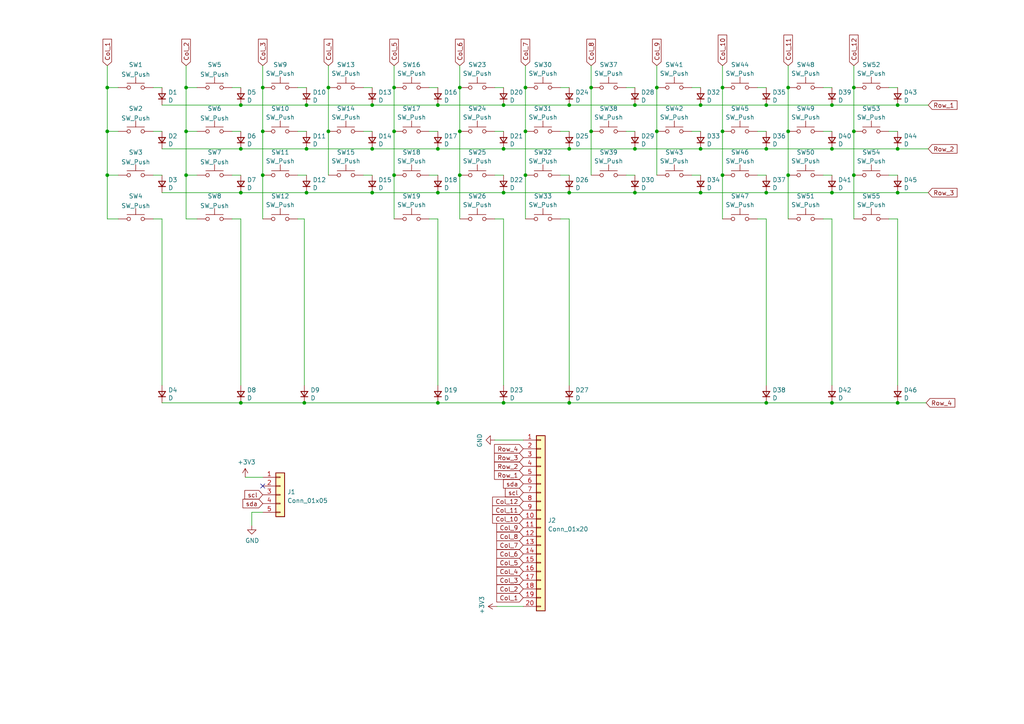
<source format=kicad_sch>
(kicad_sch (version 20211123) (generator eeschema)
  (paper "A4")
  (lib_symbols
    (symbol "Connector_Generic:Conn_01x05" (pin_names (offset 1.016) hide)
      (property "Reference" "J" (at 0 7.62 0))
      (property "Value" "Conn_01x05" (at 0 -7.62 0))
      (symbol "Conn_01x05_1_1"
        (rectangle (start -1.27 -4.953) (end 0 -5.207) (stroke (width 0.1524)))
        (rectangle (start -1.27 -2.413) (end 0 -2.667) (stroke (width 0.1524)))
        (rectangle (start -1.27 0.127) (end 0 -0.127) (stroke (width 0.1524)))
        (rectangle (start -1.27 2.667) (end 0 2.413) (stroke (width 0.1524)))
        (rectangle (start -1.27 5.207) (end 0 4.953) (stroke (width 0.1524)))
        (rectangle (start -1.27 6.35) (end 1.27 -6.35) (stroke (width 0.254)) (fill (type background)))
        (pin passive line (at -5.08 5.08 0) (length 3.81) (name "Pin_1") (number "1"))
        (pin passive line (at -5.08 2.54 0) (length 3.81) (name "Pin_2") (number "2"))
        (pin passive line (at -5.08 0 0) (length 3.81) (name "Pin_3") (number "3"))
        (pin passive line (at -5.08 -2.54 0) (length 3.81) (name "Pin_4") (number "4"))
        (pin passive line (at -5.08 -5.08 0) (length 3.81) (name "Pin_5") (number "5"))
      )
    )
    (symbol "Connector_Generic:Conn_01x20" (pin_names (offset 1.016) hide)
      (property "Reference" "J" (at 0 25.4 0))
      (property "Value" "Conn_01x20" (at 0 -27.94 0))
      (symbol "Conn_01x20_1_1"
        (rectangle (start -1.27 -25.273) (end 0 -25.527) (stroke (width 0.1524)))
        (rectangle (start -1.27 -22.733) (end 0 -22.987) (stroke (width 0.1524)))
        (rectangle (start -1.27 -20.193) (end 0 -20.447) (stroke (width 0.1524)))
        (rectangle (start -1.27 -17.653) (end 0 -17.907) (stroke (width 0.1524)))
        (rectangle (start -1.27 -15.113) (end 0 -15.367) (stroke (width 0.1524)))
        (rectangle (start -1.27 -12.573) (end 0 -12.827) (stroke (width 0.1524)))
        (rectangle (start -1.27 -10.033) (end 0 -10.287) (stroke (width 0.1524)))
        (rectangle (start -1.27 -7.493) (end 0 -7.747) (stroke (width 0.1524)))
        (rectangle (start -1.27 -4.953) (end 0 -5.207) (stroke (width 0.1524)))
        (rectangle (start -1.27 -2.413) (end 0 -2.667) (stroke (width 0.1524)))
        (rectangle (start -1.27 0.127) (end 0 -0.127) (stroke (width 0.1524)))
        (rectangle (start -1.27 2.667) (end 0 2.413) (stroke (width 0.1524)))
        (rectangle (start -1.27 5.207) (end 0 4.953) (stroke (width 0.1524)))
        (rectangle (start -1.27 7.747) (end 0 7.493) (stroke (width 0.1524)))
        (rectangle (start -1.27 10.287) (end 0 10.033) (stroke (width 0.1524)))
        (rectangle (start -1.27 12.827) (end 0 12.573) (stroke (width 0.1524)))
        (rectangle (start -1.27 15.367) (end 0 15.113) (stroke (width 0.1524)))
        (rectangle (start -1.27 17.907) (end 0 17.653) (stroke (width 0.1524)))
        (rectangle (start -1.27 20.447) (end 0 20.193) (stroke (width 0.1524)))
        (rectangle (start -1.27 22.987) (end 0 22.733) (stroke (width 0.1524)))
        (rectangle (start -1.27 24.13) (end 1.27 -26.67) (stroke (width 0.254)) (fill (type background)))
        (pin passive line (at -5.08 22.86 0) (length 3.81) (name "Pin_1") (number "1"))
        (pin passive line (at -5.08 0 0) (length 3.81) (name "Pin_10") (number "10"))
        (pin passive line (at -5.08 -2.54 0) (length 3.81) (name "Pin_11") (number "11"))
        (pin passive line (at -5.08 -5.08 0) (length 3.81) (name "Pin_12") (number "12"))
        (pin passive line (at -5.08 -7.62 0) (length 3.81) (name "Pin_13") (number "13"))
        (pin passive line (at -5.08 -10.16 0) (length 3.81) (name "Pin_14") (number "14"))
        (pin passive line (at -5.08 -12.7 0) (length 3.81) (name "Pin_15") (number "15"))
        (pin passive line (at -5.08 -15.24 0) (length 3.81) (name "Pin_16") (number "16"))
        (pin passive line (at -5.08 -17.78 0) (length 3.81) (name "Pin_17") (number "17"))
        (pin passive line (at -5.08 -20.32 0) (length 3.81) (name "Pin_18") (number "18"))
        (pin passive line (at -5.08 -22.86 0) (length 3.81) (name "Pin_19") (number "19"))
        (pin passive line (at -5.08 20.32 0) (length 3.81) (name "Pin_2") (number "2"))
        (pin passive line (at -5.08 -25.4 0) (length 3.81) (name "Pin_20") (number "20"))
        (pin passive line (at -5.08 17.78 0) (length 3.81) (name "Pin_3") (number "3"))
        (pin passive line (at -5.08 15.24 0) (length 3.81) (name "Pin_4") (number "4"))
        (pin passive line (at -5.08 12.7 0) (length 3.81) (name "Pin_5") (number "5"))
        (pin passive line (at -5.08 10.16 0) (length 3.81) (name "Pin_6") (number "6"))
        (pin passive line (at -5.08 7.62 0) (length 3.81) (name "Pin_7") (number "7"))
        (pin passive line (at -5.08 5.08 0) (length 3.81) (name "Pin_8") (number "8"))
        (pin passive line (at -5.08 2.54 0) (length 3.81) (name "Pin_9") (number "9"))
      )
    )
    (symbol "Device:D_Small" (pin_numbers hide) (pin_names (offset 0.254) hide)
      (property "Reference" "D" (at -1.27 2.032 0))
      (property "Value" "D_Small" (at -3.81 -2.032 0))
      (symbol "D_Small_0_1"
        (polyline (pts (xy -0.762 -1.016) (xy -0.762 1.016)) (stroke (width 0.254)))
        (polyline (pts (xy -0.762 0) (xy 0.762 0)))
        (polyline (pts (xy 0.762 -1.016) (xy -0.762 0) (xy 0.762 1.016) (xy 0.762 -1.016)) (stroke (width 0.254)))
      )
      (symbol "D_Small_1_1"
        (pin passive line (at -2.54 0 0) (length 1.778) (name "K") (number "1"))
        (pin passive line (at 2.54 0 180) (length 1.778) (name "A") (number "2"))
      )
    )
    (symbol "Switch:SW_Push" (pin_numbers hide) (pin_names (offset 1.016) hide)
      (property "Reference" "SW" (at 1.27 2.54 0))
      (property "Value" "SW_Push" (at 0 -1.524 0))
      (symbol "SW_Push_0_1"
        (circle (center -2.032 0) (radius 0.508))
        (polyline (pts (xy 0 1.27) (xy 0 3.048)))
        (polyline (pts (xy 2.54 1.27) (xy -2.54 1.27)))
        (circle (center 2.032 0) (radius 0.508))
        (pin passive line (at -5.08 0 0) (length 2.54) (name "1") (number "1"))
        (pin passive line (at 5.08 0 180) (length 2.54) (name "2") (number "2"))
      )
    )
    (symbol "power:+3V3" (power) (pin_names (offset 0))
      (property "Value" "+3V3" (at 0 3.556 0))
      (symbol "+3V3_0_1"
        (polyline (pts (xy -0.762 1.27) (xy 0 2.54)))
        (polyline (pts (xy 0 0) (xy 0 2.54)))
        (polyline (pts (xy 0 2.54) (xy 0.762 1.27)))
      )
      (symbol "+3V3_1_1"
        (pin power_in line (at 0 0 90) (length 0) hide (name "+3V3") (number "1"))
      )
    )
    (symbol "power:GND" (power) (pin_names (offset 0))
      (property "Value" "GND" (at 0 -3.81 0))
      (symbol "GND_0_1"
        (polyline (pts (xy 0 0) (xy 0 -1.27) (xy 1.27 -1.27) (xy 0 -2.54) (xy -1.27 -1.27) (xy 0 -1.27)))
      )
      (symbol "GND_1_1"
        (pin power_in line (at 0 0 270) (length 0) hide (name "GND") (number "1"))
      )
    )
  )
  (junction (at 247.65 25.4))
  (junction (at 127 116.84))
  (junction (at 127 30.48))
  (junction (at 31.115 25.4))
  (junction (at 76.2 50.8))
  (junction (at 171.45 25.4))
  (junction (at 114.3 50.8))
  (junction (at 88.265 116.84))
  (junction (at 260.35 43.18))
  (junction (at 152.4 38.1))
  (junction (at 146.05 43.18))
  (junction (at 222.25 55.88))
  (junction (at 247.65 50.8))
  (junction (at 203.2 30.48))
  (junction (at 127 43.18))
  (junction (at 69.85 30.48))
  (junction (at 146.05 116.84))
  (junction (at 165.1 30.48))
  (junction (at 171.45 38.1))
  (junction (at 69.85 116.84))
  (junction (at 165.1 116.84))
  (junction (at 241.3 43.18))
  (junction (at 241.3 116.84))
  (junction (at 133.35 50.8))
  (junction (at 222.25 116.84))
  (junction (at 209.55 50.8))
  (junction (at 165.1 43.18))
  (junction (at 114.3 38.1))
  (junction (at 260.35 116.84))
  (junction (at 88.9 55.88))
  (junction (at 165.1 55.88))
  (junction (at 133.35 25.4))
  (junction (at 88.9 30.48))
  (junction (at 76.2 25.4))
  (junction (at 203.2 55.88))
  (junction (at 127 55.88))
  (junction (at 152.4 50.8))
  (junction (at 76.2 38.1))
  (junction (at 209.55 25.4))
  (junction (at 241.3 30.48))
  (junction (at 107.95 30.48))
  (junction (at 107.95 43.18))
  (junction (at 184.15 55.88))
  (junction (at 241.3 55.88))
  (junction (at 228.6 38.1))
  (junction (at 247.65 38.1))
  (junction (at 133.35 38.1))
  (junction (at 69.85 43.18))
  (junction (at 53.975 25.4))
  (junction (at 190.5 25.4))
  (junction (at 228.6 50.8))
  (junction (at 88.9 43.18))
  (junction (at 107.95 55.88))
  (junction (at 146.05 30.48))
  (junction (at 31.115 38.1))
  (junction (at 203.2 43.18))
  (junction (at 209.55 38.1))
  (junction (at 95.25 38.1))
  (junction (at 114.3 25.4))
  (junction (at 190.5 38.1))
  (junction (at 260.35 30.48))
  (junction (at 222.25 30.48))
  (junction (at 146.05 55.88))
  (junction (at 31.115 50.8))
  (junction (at 53.975 50.8))
  (junction (at 152.4 25.4))
  (junction (at 260.35 55.88))
  (junction (at 95.25 25.4))
  (junction (at 184.15 30.48))
  (junction (at 53.975 38.1))
  (junction (at 222.25 43.18))
  (junction (at 69.85 55.88))
  (junction (at 228.6 25.4))
  (junction (at 184.15 43.18))
  (no_connect (at 76.2 140.97))
  (wire (pts (xy 46.99 30.48) (xy 69.85 30.48)))
  (wire (pts (xy 238.76 50.8) (xy 241.3 50.8)))
  (wire (pts (xy 76.2 25.4) (xy 76.2 38.1)))
  (wire (pts (xy 162.56 63.5) (xy 165.1 63.5)))
  (wire (pts (xy 133.35 25.4) (xy 133.35 38.1)))
  (wire (pts (xy 238.76 38.1) (xy 241.3 38.1)))
  (wire (pts (xy 67.31 25.4) (xy 69.85 25.4)))
  (wire (pts (xy 53.975 25.4) (xy 57.15 25.4)))
  (wire (pts (xy 76.2 50.8) (xy 76.2 63.5)))
  (wire (pts (xy 200.66 50.8) (xy 203.2 50.8)))
  (wire (pts (xy 95.25 25.4) (xy 95.25 38.1)))
  (wire (pts (xy 114.3 38.1) (xy 114.3 50.8)))
  (wire (pts (xy 73.025 152.4) (xy 73.025 148.59)))
  (wire (pts (xy 53.975 19.05) (xy 53.975 25.4)))
  (wire (pts (xy 69.85 116.84) (xy 88.265 116.84)))
  (wire (pts (xy 228.6 25.4) (xy 228.6 38.1)))
  (wire (pts (xy 107.95 30.48) (xy 127 30.48)))
  (wire (pts (xy 146.05 63.5) (xy 146.05 111.76)))
  (wire (pts (xy 67.31 63.5) (xy 69.85 63.5)))
  (wire (pts (xy 165.1 43.18) (xy 184.15 43.18)))
  (wire (pts (xy 76.2 19.05) (xy 76.2 25.4)))
  (wire (pts (xy 190.5 25.4) (xy 190.5 38.1)))
  (wire (pts (xy 181.61 50.8) (xy 184.15 50.8)))
  (wire (pts (xy 86.36 63.5) (xy 88.265 63.5)))
  (wire (pts (xy 88.9 30.48) (xy 107.95 30.48)))
  (wire (pts (xy 133.35 50.8) (xy 133.985 50.8)))
  (wire (pts (xy 219.71 25.4) (xy 222.25 25.4)))
  (wire (pts (xy 247.65 19.05) (xy 247.65 25.4)))
  (wire (pts (xy 124.46 38.1) (xy 127 38.1)))
  (wire (pts (xy 146.05 116.84) (xy 165.1 116.84)))
  (wire (pts (xy 67.31 38.1) (xy 69.85 38.1)))
  (wire (pts (xy 184.15 55.88) (xy 203.2 55.88)))
  (wire (pts (xy 31.115 50.8) (xy 31.115 63.5)))
  (wire (pts (xy 124.46 25.4) (xy 127 25.4)))
  (wire (pts (xy 31.115 38.1) (xy 31.115 50.8)))
  (wire (pts (xy 222.25 63.5) (xy 222.25 111.76)))
  (wire (pts (xy 247.65 50.8) (xy 247.65 63.5)))
  (wire (pts (xy 209.55 50.8) (xy 209.55 63.5)))
  (wire (pts (xy 31.115 25.4) (xy 34.29 25.4)))
  (wire (pts (xy 69.85 63.5) (xy 69.85 111.76)))
  (wire (pts (xy 107.95 55.88) (xy 127 55.88)))
  (wire (pts (xy 107.95 43.18) (xy 127 43.18)))
  (wire (pts (xy 257.81 25.4) (xy 260.35 25.4)))
  (wire (pts (xy 105.41 38.1) (xy 107.95 38.1)))
  (wire (pts (xy 171.45 38.1) (xy 171.45 50.8)))
  (wire (pts (xy 260.35 43.18) (xy 269.24 43.18)))
  (wire (pts (xy 260.35 55.88) (xy 269.24 55.88)))
  (wire (pts (xy 190.5 38.1) (xy 190.5 50.8)))
  (wire (pts (xy 209.55 19.05) (xy 209.55 25.4)))
  (wire (pts (xy 146.05 55.88) (xy 165.1 55.88)))
  (wire (pts (xy 190.5 19.05) (xy 190.5 25.4)))
  (wire (pts (xy 31.115 63.5) (xy 34.29 63.5)))
  (wire (pts (xy 44.45 25.4) (xy 46.99 25.4)))
  (wire (pts (xy 247.65 38.1) (xy 247.65 50.8)))
  (wire (pts (xy 143.51 63.5) (xy 146.05 63.5)))
  (wire (pts (xy 95.25 38.1) (xy 95.25 50.8)))
  (wire (pts (xy 241.3 63.5) (xy 241.3 111.76)))
  (wire (pts (xy 31.115 19.05) (xy 31.115 25.4)))
  (wire (pts (xy 184.15 43.18) (xy 203.2 43.18)))
  (wire (pts (xy 44.45 50.8) (xy 46.99 50.8)))
  (wire (pts (xy 127 30.48) (xy 146.05 30.48)))
  (wire (pts (xy 200.66 25.4) (xy 203.2 25.4)))
  (wire (pts (xy 209.55 25.4) (xy 209.55 38.1)))
  (wire (pts (xy 162.56 25.4) (xy 165.1 25.4)))
  (wire (pts (xy 181.61 38.1) (xy 184.15 38.1)))
  (wire (pts (xy 241.3 116.84) (xy 260.35 116.84)))
  (wire (pts (xy 44.45 38.1) (xy 46.99 38.1)))
  (wire (pts (xy 76.2 38.1) (xy 76.2 50.8)))
  (wire (pts (xy 53.975 50.8) (xy 53.975 63.5)))
  (wire (pts (xy 146.05 43.18) (xy 165.1 43.18)))
  (wire (pts (xy 124.46 50.8) (xy 127 50.8)))
  (wire (pts (xy 133.35 19.05) (xy 133.35 25.4)))
  (wire (pts (xy 71.12 138.43) (xy 76.2 138.43)))
  (wire (pts (xy 181.61 25.4) (xy 184.15 25.4)))
  (wire (pts (xy 222.25 116.84) (xy 241.3 116.84)))
  (wire (pts (xy 69.85 55.88) (xy 88.9 55.88)))
  (wire (pts (xy 86.36 50.8) (xy 88.9 50.8)))
  (wire (pts (xy 53.975 50.8) (xy 57.15 50.8)))
  (wire (pts (xy 152.4 50.8) (xy 152.4 63.5)))
  (wire (pts (xy 152.4 19.05) (xy 152.4 25.4)))
  (wire (pts (xy 114.3 50.8) (xy 114.3 63.5)))
  (wire (pts (xy 69.85 43.18) (xy 88.9 43.18)))
  (wire (pts (xy 114.3 25.4) (xy 114.3 38.1)))
  (wire (pts (xy 203.2 55.88) (xy 222.25 55.88)))
  (wire (pts (xy 144.145 175.895) (xy 151.765 175.895)))
  (wire (pts (xy 53.975 38.1) (xy 57.15 38.1)))
  (wire (pts (xy 133.35 50.8) (xy 133.35 63.5)))
  (wire (pts (xy 127 63.5) (xy 127 111.76)))
  (wire (pts (xy 203.2 43.18) (xy 222.25 43.18)))
  (wire (pts (xy 53.975 25.4) (xy 53.975 38.1)))
  (wire (pts (xy 241.3 30.48) (xy 260.35 30.48)))
  (wire (pts (xy 222.25 30.48) (xy 241.3 30.48)))
  (wire (pts (xy 165.1 116.84) (xy 222.25 116.84)))
  (wire (pts (xy 219.71 38.1) (xy 222.25 38.1)))
  (wire (pts (xy 209.55 38.1) (xy 209.55 50.8)))
  (wire (pts (xy 165.1 55.88) (xy 184.15 55.88)))
  (wire (pts (xy 238.76 63.5) (xy 241.3 63.5)))
  (wire (pts (xy 133.35 38.1) (xy 133.35 50.8)))
  (wire (pts (xy 88.265 116.84) (xy 127 116.84)))
  (wire (pts (xy 88.9 43.18) (xy 107.95 43.18)))
  (wire (pts (xy 127 43.18) (xy 146.05 43.18)))
  (wire (pts (xy 260.35 30.48) (xy 269.24 30.48)))
  (wire (pts (xy 67.31 50.8) (xy 69.85 50.8)))
  (wire (pts (xy 165.1 63.5) (xy 165.1 111.76)))
  (wire (pts (xy 228.6 50.8) (xy 228.6 63.5)))
  (wire (pts (xy 127 116.84) (xy 146.05 116.84)))
  (wire (pts (xy 105.41 50.8) (xy 107.95 50.8)))
  (wire (pts (xy 86.36 25.4) (xy 88.9 25.4)))
  (wire (pts (xy 69.85 30.48) (xy 88.9 30.48)))
  (wire (pts (xy 222.25 43.18) (xy 241.3 43.18)))
  (wire (pts (xy 73.025 148.59) (xy 76.2 148.59)))
  (wire (pts (xy 88.9 55.88) (xy 107.95 55.88)))
  (wire (pts (xy 257.81 63.5) (xy 260.35 63.5)))
  (wire (pts (xy 146.05 30.48) (xy 165.1 30.48)))
  (wire (pts (xy 46.99 55.88) (xy 69.85 55.88)))
  (wire (pts (xy 46.99 43.18) (xy 69.85 43.18)))
  (wire (pts (xy 260.35 116.84) (xy 268.605 116.84)))
  (wire (pts (xy 46.99 63.5) (xy 46.99 111.76)))
  (wire (pts (xy 31.115 25.4) (xy 31.115 38.1)))
  (wire (pts (xy 152.4 25.4) (xy 152.4 38.1)))
  (wire (pts (xy 88.265 63.5) (xy 88.265 111.76)))
  (wire (pts (xy 162.56 50.8) (xy 165.1 50.8)))
  (wire (pts (xy 86.36 38.1) (xy 88.9 38.1)))
  (wire (pts (xy 219.71 50.8) (xy 222.25 50.8)))
  (wire (pts (xy 228.6 38.1) (xy 228.6 50.8)))
  (wire (pts (xy 222.25 63.5) (xy 219.71 63.5)))
  (wire (pts (xy 46.99 116.84) (xy 69.85 116.84)))
  (wire (pts (xy 171.45 25.4) (xy 171.45 38.1)))
  (wire (pts (xy 203.2 30.48) (xy 222.25 30.48)))
  (wire (pts (xy 241.3 43.18) (xy 260.35 43.18)))
  (wire (pts (xy 124.46 63.5) (xy 127 63.5)))
  (wire (pts (xy 143.51 127.635) (xy 151.765 127.635)))
  (wire (pts (xy 95.25 19.05) (xy 95.25 25.4)))
  (wire (pts (xy 44.45 63.5) (xy 46.99 63.5)))
  (wire (pts (xy 184.15 30.48) (xy 203.2 30.48)))
  (wire (pts (xy 31.115 50.8) (xy 34.29 50.8)))
  (wire (pts (xy 31.115 38.1) (xy 34.29 38.1)))
  (wire (pts (xy 165.1 30.48) (xy 184.15 30.48)))
  (wire (pts (xy 222.25 55.88) (xy 241.3 55.88)))
  (wire (pts (xy 257.81 38.1) (xy 260.35 38.1)))
  (wire (pts (xy 238.76 25.4) (xy 241.3 25.4)))
  (wire (pts (xy 162.56 38.1) (xy 165.1 38.1)))
  (wire (pts (xy 257.81 50.8) (xy 260.35 50.8)))
  (wire (pts (xy 260.35 63.5) (xy 260.35 111.76)))
  (wire (pts (xy 143.51 38.1) (xy 146.05 38.1)))
  (wire (pts (xy 171.45 19.05) (xy 171.45 25.4)))
  (wire (pts (xy 114.3 19.05) (xy 114.3 25.4)))
  (wire (pts (xy 247.65 25.4) (xy 247.65 38.1)))
  (wire (pts (xy 127 55.88) (xy 146.05 55.88)))
  (wire (pts (xy 228.6 19.05) (xy 228.6 25.4)))
  (wire (pts (xy 152.4 38.1) (xy 152.4 50.8)))
  (wire (pts (xy 200.66 38.1) (xy 203.2 38.1)))
  (wire (pts (xy 241.3 55.88) (xy 260.35 55.88)))
  (wire (pts (xy 143.51 50.8) (xy 146.05 50.8)))
  (wire (pts (xy 53.975 63.5) (xy 57.15 63.5)))
  (wire (pts (xy 143.51 25.4) (xy 146.05 25.4)))
  (wire (pts (xy 105.41 25.4) (xy 107.95 25.4)))
  (wire (pts (xy 53.975 38.1) (xy 53.975 50.8)))
  (global_label "Col_4" (shape input) (at 151.765 165.735 180) (property "Intersheet References" "${INTERSHEET_REFS}" (effects hide)))
  (global_label "Col_6" (shape input) (at 151.765 160.655 180) (property "Intersheet References" "${INTERSHEET_REFS}" (effects hide)))
  (global_label "Col_1" (shape input) (at 151.765 173.355 180) (property "Intersheet References" "${INTERSHEET_REFS}" (effects hide)))
  (global_label "Row_1" (shape input) (at 269.24 30.48 0) (property "Intersheet References" "${INTERSHEET_REFS}" (effects hide)))
  (global_label "scl" (shape input) (at 76.2 143.51 180) (property "Intersheetrefs" "${INTERSHEET_REFS}" (effects hide)))
  (global_label "Col_12" (shape input) (at 247.65 19.05 90) (property "Intersheet References" "${INTERSHEET_REFS}" (effects hide)))
  (global_label "Col_2" (shape input) (at 151.765 170.815 180) (property "Intersheet References" "${INTERSHEET_REFS}" (effects hide)))
  (global_label "Row_2" (shape input) (at 269.24 43.18 0) (property "Intersheet References" "${INTERSHEET_REFS}" (effects hide)))
  (global_label "sda" (shape input) (at 151.765 140.335 180) (property "Intersheetrefs" "${INTERSHEET_REFS}" (effects hide)))
  (global_label "Col_12" (shape input) (at 151.765 145.415 180) (property "Intersheet References" "${INTERSHEET_REFS}" (effects hide)))
  (global_label "Col_8" (shape input) (at 151.765 155.575 180) (property "Intersheet References" "${INTERSHEET_REFS}" (effects hide)))
  (global_label "Col_3" (shape input) (at 76.2 19.05 90) (property "Intersheet References" "${INTERSHEET_REFS}" (effects hide)))
  (global_label "sda" (shape input) (at 76.2 146.05 180) (property "Intersheetrefs" "${INTERSHEET_REFS}" (effects hide)))
  (global_label "Col_4" (shape input) (at 95.25 19.05 90) (property "Intersheet References" "${INTERSHEET_REFS}" (effects hide)))
  (global_label "Row_4" (shape input) (at 268.605 116.84 0) (property "Intersheet References" "${INTERSHEET_REFS}" (effects hide)))
  (global_label "Col_8" (shape input) (at 171.45 19.05 90) (property "Intersheet References" "${INTERSHEET_REFS}" (effects hide)))
  (global_label "Col_1" (shape input) (at 31.115 19.05 90) (property "Intersheet References" "${INTERSHEET_REFS}" (effects hide)))
  (global_label "Col_3" (shape input) (at 151.765 168.275 180) (property "Intersheet References" "${INTERSHEET_REFS}" (effects hide)))
  (global_label "Col_7" (shape input) (at 152.4 19.05 90) (property "Intersheet References" "${INTERSHEET_REFS}" (effects hide)))
  (global_label "Row_3" (shape input) (at 269.24 55.88 0) (property "Intersheet References" "${INTERSHEET_REFS}" (effects hide)))
  (global_label "Row_3" (shape input) (at 151.765 132.715 180) (property "Intersheet References" "${INTERSHEET_REFS}" (effects hide)))
  (global_label "Col_2" (shape input) (at 53.975 19.05 90) (property "Intersheet References" "${INTERSHEET_REFS}" (effects hide)))
  (global_label "Col_9" (shape input) (at 151.765 153.035 180) (property "Intersheet References" "${INTERSHEET_REFS}" (effects hide)))
  (global_label "Col_10" (shape input) (at 209.55 19.05 90) (property "Intersheet References" "${INTERSHEET_REFS}" (effects hide)))
  (global_label "Row_4" (shape input) (at 151.765 130.175 180) (property "Intersheet References" "${INTERSHEET_REFS}" (effects hide)))
  (global_label "Col_5" (shape input) (at 151.765 163.195 180) (property "Intersheet References" "${INTERSHEET_REFS}" (effects hide)))
  (global_label "Col_5" (shape input) (at 114.3 19.05 90) (property "Intersheet References" "${INTERSHEET_REFS}" (effects hide)))
  (global_label "Col_11" (shape input) (at 228.6 19.05 90) (property "Intersheet References" "${INTERSHEET_REFS}" (effects hide)))
  (global_label "Row_1" (shape input) (at 151.765 137.795 180) (property "Intersheet References" "${INTERSHEET_REFS}" (effects hide)))
  (global_label "Col_9" (shape input) (at 190.5 19.05 90) (property "Intersheet References" "${INTERSHEET_REFS}" (effects hide)))
  (global_label "Row_2" (shape input) (at 151.765 135.255 180) (property "Intersheet References" "${INTERSHEET_REFS}" (effects hide)))
  (global_label "Col_10" (shape input) (at 151.765 150.495 180) (property "Intersheet References" "${INTERSHEET_REFS}" (effects hide)))
  (global_label "Col_6" (shape input) (at 133.35 19.05 90) (property "Intersheet References" "${INTERSHEET_REFS}" (effects hide)))
  (global_label "Col_11" (shape input) (at 151.765 147.955 180) (property "Intersheet References" "${INTERSHEET_REFS}" (effects hide)))
  (global_label "scl" (shape input) (at 151.765 142.875 180) (property "Intersheetrefs" "${INTERSHEET_REFS}" (effects hide)))
  (global_label "Col_7" (shape input) (at 151.765 158.115 180) (property "Intersheet References" "${INTERSHEET_REFS}" (effects hide)))
  (symbol (lib_id "power:+3V3") (at 71.12 138.43 0) (unit 1)
    (property "Reference" "#PWR01" (effects hide))
    (property "Value" "+3V3" (at 71.501 134.0358 0))
  )
  (symbol (lib_id "power:GND") (at 143.51 127.635 270) (unit 1)
    (property "Reference" "#PWR03" (effects hide))
    (property "Value" "GND" (at 139.1158 127.762 0))
  )
  (symbol (lib_id "Device:D_Small") (at 107.95 40.64 90) (unit 1)
    (property "Reference" "D14" (at 109.728 39.4716 90) (effects (justify right)))
    (property "Value" "D" (at 109.728 41.783 90) (effects (justify right)))
    (property "Footprint" "weteor:D_SOD-123" (effects hide))
  )
  (symbol (lib_id "Switch:SW_Push") (at 81.28 25.4 0) (unit 1)
    (property "Reference" "SW9" (at 81.28 18.7792 0))
    (property "Value" "SW_Push" (at 81.28 21.3161 0))
    (property "Footprint" "weteor:CherryMX_Hotswap" (effects hide))
  )
  (symbol (lib_id "Device:D_Small") (at 241.3 114.3 90) (unit 1)
    (property "Reference" "D42" (at 243.078 113.1316 90) (effects (justify right)))
    (property "Value" "D" (at 243.078 115.443 90) (effects (justify right)))
    (property "Footprint" "weteor:D_SOD-123" (effects hide))
  )
  (symbol (lib_id "Switch:SW_Push") (at 119.38 50.8 0) (unit 1)
    (property "Reference" "SW18" (at 119.38 44.1792 0))
    (property "Value" "SW_Push" (at 119.38 46.7161 0))
    (property "Footprint" "weteor:CherryMX_Hotswap" (effects hide))
  )
  (symbol (lib_id "Switch:SW_Push") (at 100.33 50.8 0) (unit 1)
    (property "Reference" "SW15" (at 100.33 44.1792 0))
    (property "Value" "SW_Push" (at 100.33 46.7161 0))
    (property "Footprint" "weteor:CherryMX_Hotswap" (effects hide))
  )
  (symbol (lib_id "Switch:SW_Push") (at 62.23 63.5 0) (unit 1)
    (property "Reference" "SW8" (at 62.23 56.8792 0))
    (property "Value" "SW_Push" (at 62.23 59.69 0))
    (property "Footprint" "weteor:CherryMX_Hotswap" (effects hide))
  )
  (symbol (lib_id "Device:D_Small") (at 165.1 27.94 90) (unit 1)
    (property "Reference" "D24" (at 166.878 26.7716 90) (effects (justify right)))
    (property "Value" "D" (at 166.878 29.083 90) (effects (justify right)))
    (property "Footprint" "weteor:D_SOD-123" (effects hide))
  )
  (symbol (lib_id "Connector_Generic:Conn_01x20") (at 156.845 150.495 0) (unit 1)
    (property "Reference" "J2" (at 158.877 150.9303 0) (effects (justify left)))
    (property "Value" "Conn_01x20" (at 158.877 153.4672 0) (effects (justify left)))
    (property "Footprint" "weteor:FCC 20pin" (effects hide))
  )
  (symbol (lib_id "Device:D_Small") (at 146.05 114.3 90) (unit 1)
    (property "Reference" "D23" (at 147.828 113.1316 90) (effects (justify right)))
    (property "Value" "D" (at 147.828 115.443 90) (effects (justify right)))
    (property "Footprint" "weteor:D_SOD-123" (effects hide))
  )
  (symbol (lib_id "Device:D_Small") (at 222.25 40.64 90) (unit 1)
    (property "Reference" "D36" (at 224.028 39.4716 90) (effects (justify right)))
    (property "Value" "D" (at 224.028 41.783 90) (effects (justify right)))
    (property "Footprint" "weteor:D_SOD-123" (effects hide))
  )
  (symbol (lib_id "Device:D_Small") (at 203.2 40.64 90) (unit 1)
    (property "Reference" "D33" (at 204.978 39.4716 90) (effects (justify right)))
    (property "Value" "D" (at 204.978 41.783 90) (effects (justify right)))
    (property "Footprint" "weteor:D_SOD-123" (effects hide))
  )
  (symbol (lib_id "Switch:SW_Push") (at 81.28 50.8 0) (unit 1)
    (property "Reference" "SW11" (at 81.28 44.1792 0))
    (property "Value" "SW_Push" (at 81.28 46.7161 0))
    (property "Footprint" "weteor:CherryMX_Hotswap" (effects hide))
  )
  (symbol (lib_id "Switch:SW_Push") (at 62.23 50.8 0) (unit 1)
    (property "Reference" "SW7" (at 62.23 44.1792 0))
    (property "Value" "SW_Push" (at 62.23 46.99 0))
    (property "Footprint" "weteor:CherryMX_Hotswap" (effects hide))
  )
  (symbol (lib_id "Switch:SW_Push") (at 157.48 50.8 0) (unit 1)
    (property "Reference" "SW32" (at 157.48 44.1792 0))
    (property "Value" "SW_Push" (at 157.48 46.7161 0))
    (property "Footprint" "weteor:CherryMX_Hotswap" (effects hide))
  )
  (symbol (lib_id "Device:D_Small") (at 184.15 53.34 90) (unit 1)
    (property "Reference" "D30" (at 185.928 52.1716 90) (effects (justify right)))
    (property "Value" "D" (at 185.928 54.483 90) (effects (justify right)))
    (property "Footprint" "weteor:D_SOD-123" (effects hide))
  )
  (symbol (lib_id "Switch:SW_Push") (at 119.38 38.1 0) (unit 1)
    (property "Reference" "SW17" (at 119.38 31.4792 0))
    (property "Value" "SW_Push" (at 119.38 34.0161 0))
    (property "Footprint" "weteor:CherryMX_Hotswap" (effects hide))
  )
  (symbol (lib_id "Switch:SW_Push") (at 138.43 25.4 0) (unit 1)
    (property "Reference" "SW23" (at 138.43 18.7792 0))
    (property "Value" "SW_Push" (at 138.43 21.3161 0))
    (property "Footprint" "weteor:CherryMX_Hotswap" (effects hide))
  )
  (symbol (lib_id "Device:D_Small") (at 241.3 40.64 90) (unit 1)
    (property "Reference" "D40" (at 243.078 39.4716 90) (effects (justify right)))
    (property "Value" "D" (at 243.078 41.783 90) (effects (justify right)))
    (property "Footprint" "weteor:D_SOD-123" (effects hide))
  )
  (symbol (lib_id "power:GND") (at 73.025 152.4 0) (unit 1)
    (property "Reference" "#PWR02" (effects hide))
    (property "Value" "GND" (at 73.152 156.7942 0))
  )
  (symbol (lib_id "Switch:SW_Push") (at 62.23 25.4 0) (unit 1)
    (property "Reference" "SW5" (at 62.23 18.7792 0))
    (property "Value" "SW_Push" (at 62.23 21.59 0))
    (property "Footprint" "weteor:CherryMX_Hotswap" (effects hide))
  )
  (symbol (lib_id "Device:D_Small") (at 260.35 114.3 90) (unit 1)
    (property "Reference" "D46" (at 262.128 113.1316 90) (effects (justify right)))
    (property "Value" "D" (at 262.128 115.443 90) (effects (justify right)))
    (property "Footprint" "weteor:D_SOD-123" (effects hide))
  )
  (symbol (lib_id "Switch:SW_Push") (at 119.38 63.5 0) (unit 1)
    (property "Reference" "SW19" (at 119.38 56.8792 0))
    (property "Value" "SW_Push" (at 119.38 59.4161 0))
    (property "Footprint" "weteor:CherryMX_Hotswap_2.25u_stabs" (effects hide))
  )
  (symbol (lib_id "Device:D_Small") (at 88.9 40.64 90) (unit 1)
    (property "Reference" "D11" (at 90.678 39.4716 90) (effects (justify right)))
    (property "Value" "D" (at 90.678 41.783 90) (effects (justify right)))
    (property "Footprint" "weteor:D_SOD-123" (effects hide))
  )
  (symbol (lib_id "Switch:SW_Push") (at 100.33 25.4 0) (unit 1)
    (property "Reference" "SW13" (at 100.33 18.7792 0))
    (property "Value" "SW_Push" (at 100.33 21.3161 0))
    (property "Footprint" "weteor:CherryMX_Hotswap" (effects hide))
  )
  (symbol (lib_id "Switch:SW_Push") (at 138.43 50.8 0) (unit 1)
    (property "Reference" "SW25" (at 138.43 44.1792 0))
    (property "Value" "SW_Push" (at 138.43 46.7161 0))
    (property "Footprint" "weteor:CherryMX_Hotswap" (effects hide))
  )
  (symbol (lib_id "Device:D_Small") (at 88.9 27.94 90) (unit 1)
    (property "Reference" "D10" (at 90.678 26.7716 90) (effects (justify right)))
    (property "Value" "D" (at 90.678 29.083 90) (effects (justify right)))
    (property "Footprint" "weteor:D_SOD-123" (effects hide))
  )
  (symbol (lib_id "Switch:SW_Push") (at 214.63 50.8 0) (unit 1)
    (property "Reference" "SW46" (at 214.63 44.1792 0))
    (property "Value" "SW_Push" (at 214.63 46.7161 0))
    (property "Footprint" "weteor:CherryMX_Hotswap" (effects hide))
  )
  (symbol (lib_id "Device:D_Small") (at 69.85 114.3 90) (unit 1)
    (property "Reference" "D8" (at 71.628 113.1316 90) (effects (justify right)))
    (property "Value" "D" (at 71.628 115.443 90) (effects (justify right)))
    (property "Footprint" "weteor:D_SOD-123" (effects hide))
  )
  (symbol (lib_id "Switch:SW_Push") (at 195.58 38.1 0) (unit 1)
    (property "Reference" "SW42" (at 195.58 31.4792 0))
    (property "Value" "SW_Push" (at 195.58 34.0161 0))
    (property "Footprint" "weteor:CherryMX_Hotswap" (effects hide))
  )
  (symbol (lib_id "Switch:SW_Push") (at 157.48 63.5 0) (unit 1)
    (property "Reference" "SW33" (at 157.48 56.8792 0))
    (property "Value" "SW_Push" (at 157.48 59.4161 0))
    (property "Footprint" "weteor:CherryMX_Hotswap_2.25u_stabs" (effects hide))
  )
  (symbol (lib_id "Device:D_Small") (at 69.85 53.34 90) (unit 1)
    (property "Reference" "D7" (at 71.628 52.1716 90) (effects (justify right)))
    (property "Value" "D" (at 71.628 54.483 90) (effects (justify right)))
    (property "Footprint" "weteor:D_SOD-123" (effects hide))
  )
  (symbol (lib_id "Switch:SW_Push") (at 157.48 38.1 0) (unit 1)
    (property "Reference" "SW31" (at 157.48 31.4792 0))
    (property "Value" "SW_Push" (at 157.48 34.0161 0))
    (property "Footprint" "weteor:CherryMX_Hotswap" (effects hide))
  )
  (symbol (lib_id "Switch:SW_Push") (at 176.53 25.4 0) (unit 1)
    (property "Reference" "SW37" (at 176.53 18.7792 0))
    (property "Value" "SW_Push" (at 176.53 21.3161 0))
    (property "Footprint" "weteor:CherryMX_Hotswap" (effects hide))
  )
  (symbol (lib_id "Switch:SW_Push") (at 157.48 25.4 0) (unit 1)
    (property "Reference" "SW30" (at 157.48 18.7792 0))
    (property "Value" "SW_Push" (at 157.48 21.3161 0))
    (property "Footprint" "weteor:CherryMX_Hotswap" (effects hide))
  )
  (symbol (lib_id "Switch:SW_Push") (at 39.37 25.4 0) (unit 1)
    (property "Reference" "SW1" (at 39.37 18.7792 0))
    (property "Value" "SW_Push" (at 39.37 21.59 0))
    (property "Footprint" "weteor:CherryMX_Hotswap" (effects hide))
  )
  (symbol (lib_id "Switch:SW_Push") (at 214.63 25.4 0) (unit 1)
    (property "Reference" "SW44" (at 214.63 18.7792 0))
    (property "Value" "SW_Push" (at 214.63 21.3161 0))
    (property "Footprint" "weteor:CherryMX_Hotswap" (effects hide))
  )
  (symbol (lib_id "Switch:SW_Push") (at 138.43 38.1 0) (unit 1)
    (property "Reference" "SW24" (at 138.43 31.4792 0))
    (property "Value" "SW_Push" (at 138.43 34.0161 0))
    (property "Footprint" "weteor:CherryMX_Hotswap" (effects hide))
  )
  (symbol (lib_id "Device:D_Small") (at 69.85 27.94 90) (unit 1)
    (property "Reference" "D5" (at 71.628 26.7716 90) (effects (justify right)))
    (property "Value" "D" (at 71.628 29.083 90) (effects (justify right)))
    (property "Footprint" "weteor:D_SOD-123" (effects hide))
  )
  (symbol (lib_id "Switch:SW_Push") (at 195.58 25.4 0) (unit 1)
    (property "Reference" "SW41" (at 195.58 18.7792 0))
    (property "Value" "SW_Push" (at 195.58 21.3161 0))
    (property "Footprint" "weteor:CherryMX_Hotswap" (effects hide))
  )
  (symbol (lib_id "Device:D_Small") (at 184.15 40.64 90) (unit 1)
    (property "Reference" "D29" (at 185.928 39.4716 90) (effects (justify right)))
    (property "Value" "D" (at 185.928 41.783 90) (effects (justify right)))
    (property "Footprint" "weteor:D_SOD-123" (effects hide))
  )
  (symbol (lib_id "Switch:SW_Push") (at 233.68 63.5 0) (unit 1)
    (property "Reference" "SW51" (at 233.68 56.8792 0))
    (property "Value" "SW_Push" (at 233.68 59.4161 0))
    (property "Footprint" "weteor:CherryMX_Hotswap" (effects hide))
  )
  (symbol (lib_id "Device:D_Small") (at 260.35 27.94 90) (unit 1)
    (property "Reference" "D43" (at 262.128 26.7716 90) (effects (justify right)))
    (property "Value" "D" (at 262.128 29.083 90) (effects (justify right)))
    (property "Footprint" "weteor:D_SOD-123" (effects hide))
  )
  (symbol (lib_id "Device:D_Small") (at 184.15 27.94 90) (unit 1)
    (property "Reference" "D28" (at 185.928 26.7716 90) (effects (justify right)))
    (property "Value" "D" (at 185.928 29.083 90) (effects (justify right)))
    (property "Footprint" "weteor:D_SOD-123" (effects hide))
  )
  (symbol (lib_id "Device:D_Small") (at 46.99 114.3 90) (unit 1)
    (property "Reference" "D4" (at 48.768 113.1316 90) (effects (justify right)))
    (property "Value" "D" (at 48.768 115.443 90) (effects (justify right)))
    (property "Footprint" "weteor:D_SOD-123" (effects hide))
  )
  (symbol (lib_id "Switch:SW_Push") (at 62.23 38.1 0) (unit 1)
    (property "Reference" "SW6" (at 62.23 31.4792 0))
    (property "Value" "SW_Push" (at 62.23 34.29 0))
    (property "Footprint" "weteor:CherryMX_Hotswap" (effects hide))
  )
  (symbol (lib_id "Switch:SW_Push") (at 252.73 50.8 0) (unit 1)
    (property "Reference" "SW54" (at 252.73 44.1792 0))
    (property "Value" "SW_Push" (at 252.73 46.7161 0))
    (property "Footprint" "weteor:CherryMX_Hotswap" (effects hide))
  )
  (symbol (lib_id "Device:D_Small") (at 241.3 27.94 90) (unit 1)
    (property "Reference" "D39" (at 243.078 26.7716 90) (effects (justify right)))
    (property "Value" "D" (at 243.078 29.083 90) (effects (justify right)))
    (property "Footprint" "weteor:D_SOD-123" (effects hide))
  )
  (symbol (lib_id "Switch:SW_Push") (at 39.37 50.8 0) (unit 1)
    (property "Reference" "SW3" (at 39.37 44.1792 0))
    (property "Value" "SW_Push" (at 39.37 46.99 0))
    (property "Footprint" "weteor:CherryMX_Hotswap" (effects hide))
  )
  (symbol (lib_id "Device:D_Small") (at 222.25 53.34 90) (unit 1)
    (property "Reference" "D37" (at 224.028 52.1716 90) (effects (justify right)))
    (property "Value" "D" (at 224.028 54.483 90) (effects (justify right)))
    (property "Footprint" "weteor:D_SOD-123" (effects hide))
  )
  (symbol (lib_id "Device:D_Small") (at 88.9 53.34 90) (unit 1)
    (property "Reference" "D12" (at 90.678 52.1716 90) (effects (justify right)))
    (property "Value" "D" (at 90.678 54.483 90) (effects (justify right)))
    (property "Footprint" "weteor:D_SOD-123" (effects hide))
  )
  (symbol (lib_id "Switch:SW_Push") (at 100.33 38.1 0) (unit 1)
    (property "Reference" "SW14" (at 100.33 31.4792 0))
    (property "Value" "SW_Push" (at 100.33 34.0161 0))
    (property "Footprint" "weteor:CherryMX_Hotswap" (effects hide))
  )
  (symbol (lib_id "Switch:SW_Push") (at 138.43 63.5 0) (unit 1)
    (property "Reference" "SW26" (at 138.43 56.8792 0))
    (property "Value" "SW_Push" (at 138.43 59.4161 0))
    (property "Footprint" "weteor:CherryMX_Hotswap_1.75u" (effects hide))
  )
  (symbol (lib_id "Switch:SW_Push") (at 214.63 38.1 0) (unit 1)
    (property "Reference" "SW45" (at 214.63 31.4792 0))
    (property "Value" "SW_Push" (at 214.63 34.0161 0))
    (property "Footprint" "weteor:CherryMX_Hotswap" (effects hide))
  )
  (symbol (lib_id "Switch:SW_Push") (at 233.68 25.4 0) (unit 1)
    (property "Reference" "SW48" (at 233.68 18.7792 0))
    (property "Value" "SW_Push" (at 233.68 21.3161 0))
    (property "Footprint" "weteor:CherryMX_Hotswap" (effects hide))
  )
  (symbol (lib_id "Switch:SW_Push") (at 176.53 50.8 0) (unit 1)
    (property "Reference" "SW39" (at 176.53 44.1792 0))
    (property "Value" "SW_Push" (at 176.53 46.7161 0))
    (property "Footprint" "weteor:CherryMX_Hotswap" (effects hide))
  )
  (symbol (lib_id "Device:D_Small") (at 127 53.34 90) (unit 1)
    (property "Reference" "D18" (at 128.778 52.1716 90) (effects (justify right)))
    (property "Value" "D" (at 128.778 54.483 90) (effects (justify right)))
    (property "Footprint" "weteor:D_SOD-123" (effects hide))
  )
  (symbol (lib_id "Device:D_Small") (at 46.99 40.64 90) (unit 1)
    (property "Reference" "D2" (at 48.768 39.4716 90) (effects (justify right)))
    (property "Value" "D" (at 48.768 41.783 90) (effects (justify right)))
    (property "Footprint" "weteor:D_SOD-123" (effects hide))
  )
  (symbol (lib_id "Switch:SW_Push") (at 39.37 63.5 0) (unit 1)
    (property "Reference" "SW4" (at 39.37 56.8792 0))
    (property "Value" "SW_Push" (at 39.37 59.69 0))
    (property "Footprint" "weteor:CherryMX_Hotswap" (effects hide))
  )
  (symbol (lib_id "Device:D_Small") (at 241.3 53.34 90) (unit 1)
    (property "Reference" "D41" (at 243.078 52.1716 90) (effects (justify right)))
    (property "Value" "D" (at 243.078 54.483 90) (effects (justify right)))
    (property "Footprint" "weteor:D_SOD-123" (effects hide))
  )
  (symbol (lib_id "Switch:SW_Push") (at 252.73 25.4 0) (unit 1)
    (property "Reference" "SW52" (at 252.73 18.7792 0))
    (property "Value" "SW_Push" (at 252.73 21.3161 0))
    (property "Footprint" "weteor:CherryMX_Hotswap" (effects hide))
  )
  (symbol (lib_id "Switch:SW_Push") (at 176.53 38.1 0) (unit 1)
    (property "Reference" "SW38" (at 176.53 31.4792 0))
    (property "Value" "SW_Push" (at 176.53 34.0161 0))
    (property "Footprint" "weteor:CherryMX_Hotswap" (effects hide))
  )
  (symbol (lib_id "Device:D_Small") (at 107.95 53.34 90) (unit 1)
    (property "Reference" "D15" (at 109.728 52.1716 90) (effects (justify right)))
    (property "Value" "D" (at 109.728 54.483 90) (effects (justify right)))
    (property "Footprint" "weteor:D_SOD-123" (effects hide))
  )
  (symbol (lib_id "Device:D_Small") (at 46.99 27.94 90) (unit 1)
    (property "Reference" "D1" (at 48.768 26.7716 90) (effects (justify right)))
    (property "Value" "D" (at 48.768 29.083 90) (effects (justify right)))
    (property "Footprint" "weteor:D_SOD-123" (effects hide))
  )
  (symbol (lib_id "Device:D_Small") (at 165.1 40.64 90) (unit 1)
    (property "Reference" "D25" (at 166.878 39.4716 90) (effects (justify right)))
    (property "Value" "D" (at 166.878 41.783 90) (effects (justify right)))
    (property "Footprint" "weteor:D_SOD-123" (effects hide))
  )
  (symbol (lib_id "Device:D_Small") (at 222.25 114.3 90) (unit 1)
    (property "Reference" "D38" (at 224.028 113.1316 90) (effects (justify right)))
    (property "Value" "D" (at 224.028 115.443 90) (effects (justify right)))
    (property "Footprint" "weteor:D_SOD-123" (effects hide))
  )
  (symbol (lib_id "Switch:SW_Push") (at 195.58 50.8 0) (unit 1)
    (property "Reference" "SW43" (at 195.58 44.1792 0))
    (property "Value" "SW_Push" (at 195.58 46.7161 0))
    (property "Footprint" "weteor:CherryMX_Hotswap" (effects hide))
  )
  (symbol (lib_id "Device:D_Small") (at 127 40.64 90) (unit 1)
    (property "Reference" "D17" (at 128.778 39.4716 90) (effects (justify right)))
    (property "Value" "D" (at 128.778 41.783 90) (effects (justify right)))
    (property "Footprint" "weteor:D_SOD-123" (effects hide))
  )
  (symbol (lib_id "Switch:SW_Push") (at 81.28 63.5 0) (unit 1)
    (property "Reference" "SW12" (at 81.28 56.8792 0))
    (property "Value" "SW_Push" (at 81.28 59.4161 0))
    (property "Footprint" "weteor:CherryMX_Hotswap" (effects hide))
  )
  (symbol (lib_id "Device:D_Small") (at 146.05 27.94 90) (unit 1)
    (property "Reference" "D20" (at 147.828 26.7716 90) (effects (justify right)))
    (property "Value" "D" (at 147.828 29.083 90) (effects (justify right)))
    (property "Footprint" "weteor:D_SOD-123" (effects hide))
  )
  (symbol (lib_id "Device:D_Small") (at 165.1 114.3 90) (unit 1)
    (property "Reference" "D27" (at 166.878 113.1316 90) (effects (justify right)))
    (property "Value" "D" (at 166.878 115.443 90) (effects (justify right)))
    (property "Footprint" "weteor:D_SOD-123" (effects hide))
  )
  (symbol (lib_id "Device:D_Small") (at 46.99 53.34 90) (unit 1)
    (property "Reference" "D3" (at 48.768 52.1716 90) (effects (justify right)))
    (property "Value" "D" (at 48.768 54.483 90) (effects (justify right)))
    (property "Footprint" "weteor:D_SOD-123" (effects hide))
  )
  (symbol (lib_id "Device:D_Small") (at 69.85 40.64 90) (unit 1)
    (property "Reference" "D6" (at 71.628 39.4716 90) (effects (justify right)))
    (property "Value" "D" (at 71.628 41.783 90) (effects (justify right)))
    (property "Footprint" "weteor:D_SOD-123" (effects hide))
  )
  (symbol (lib_id "Device:D_Small") (at 222.25 27.94 90) (unit 1)
    (property "Reference" "D35" (at 224.028 26.7716 90) (effects (justify right)))
    (property "Value" "D" (at 224.028 29.083 90) (effects (justify right)))
    (property "Footprint" "weteor:D_SOD-123" (effects hide))
  )
  (symbol (lib_id "Device:D_Small") (at 146.05 40.64 90) (unit 1)
    (property "Reference" "D21" (at 147.828 39.4716 90) (effects (justify right)))
    (property "Value" "D" (at 147.828 41.783 90) (effects (justify right)))
    (property "Footprint" "weteor:D_SOD-123" (effects hide))
  )
  (symbol (lib_id "Switch:SW_Push") (at 214.63 63.5 0) (unit 1)
    (property "Reference" "SW47" (at 214.63 56.8792 0))
    (property "Value" "SW_Push" (at 214.63 59.4161 0))
    (property "Footprint" "weteor:CherryMX_Hotswap" (effects hide))
  )
  (symbol (lib_id "Device:D_Small") (at 260.35 40.64 90) (unit 1)
    (property "Reference" "D44" (at 262.128 39.4716 90) (effects (justify right)))
    (property "Value" "D" (at 262.128 41.783 90) (effects (justify right)))
    (property "Footprint" "weteor:D_SOD-123" (effects hide))
  )
  (symbol (lib_id "Device:D_Small") (at 165.1 53.34 90) (unit 1)
    (property "Reference" "D26" (at 166.878 52.1716 90) (effects (justify right)))
    (property "Value" "D" (at 166.878 54.483 90) (effects (justify right)))
    (property "Footprint" "weteor:D_SOD-123" (effects hide))
  )
  (symbol (lib_id "Device:D_Small") (at 107.95 27.94 90) (unit 1)
    (property "Reference" "D13" (at 109.728 26.7716 90) (effects (justify right)))
    (property "Value" "D" (at 109.728 29.083 90) (effects (justify right)))
    (property "Footprint" "weteor:D_SOD-123" (effects hide))
  )
  (symbol (lib_id "power:+3V3") (at 144.145 175.895 90) (unit 1)
    (property "Reference" "#PWR04" (effects hide))
    (property "Value" "+3V3" (at 139.7508 175.514 0))
  )
  (symbol (lib_id "Device:D_Small") (at 127 27.94 90) (unit 1)
    (property "Reference" "D16" (at 128.778 26.7716 90) (effects (justify right)))
    (property "Value" "D" (at 128.778 29.083 90) (effects (justify right)))
    (property "Footprint" "weteor:D_SOD-123" (effects hide))
  )
  (symbol (lib_id "Device:D_Small") (at 203.2 53.34 90) (unit 1)
    (property "Reference" "D34" (at 204.978 52.1716 90) (effects (justify right)))
    (property "Value" "D" (at 204.978 54.483 90) (effects (justify right)))
    (property "Footprint" "weteor:D_SOD-123" (effects hide))
  )
  (symbol (lib_id "Device:D_Small") (at 88.265 114.3 90) (unit 1)
    (property "Reference" "D9" (at 90.043 113.1316 90) (effects (justify right)))
    (property "Value" "D" (at 90.043 115.443 90) (effects (justify right)))
    (property "Footprint" "weteor:D_SOD-123" (effects hide))
  )
  (symbol (lib_id "Device:D_Small") (at 203.2 27.94 90) (unit 1)
    (property "Reference" "D32" (at 204.978 26.7716 90) (effects (justify right)))
    (property "Value" "D" (at 204.978 29.083 90) (effects (justify right)))
    (property "Footprint" "weteor:D_SOD-123" (effects hide))
  )
  (symbol (lib_id "Switch:SW_Push") (at 81.28 38.1 0) (unit 1)
    (property "Reference" "SW10" (at 81.28 31.4792 0))
    (property "Value" "SW_Push" (at 81.28 34.0161 0))
    (property "Footprint" "weteor:CherryMX_Hotswap" (effects hide))
  )
  (symbol (lib_id "Device:D_Small") (at 127 114.3 90) (unit 1)
    (property "Reference" "D19" (at 128.778 113.1316 90) (effects (justify right)))
    (property "Value" "D" (at 128.778 115.443 90) (effects (justify right)))
    (property "Footprint" "weteor:D_SOD-123" (effects hide))
  )
  (symbol (lib_id "Switch:SW_Push") (at 119.38 25.4 0) (unit 1)
    (property "Reference" "SW16" (at 119.38 18.7792 0))
    (property "Value" "SW_Push" (at 119.38 21.3161 0))
    (property "Footprint" "weteor:CherryMX_Hotswap" (effects hide))
  )
  (symbol (lib_id "Connector_Generic:Conn_01x05") (at 81.28 143.51 0) (unit 1)
    (property "Reference" "J1" (at 83.312 142.6753 0) (effects (justify left)))
    (property "Value" "Conn_01x05" (at 83.312 145.2122 0) (effects (justify left)))
    (property "Footprint" "weteor:FCC 5pin" (effects hide))
  )
  (symbol (lib_id "Switch:SW_Push") (at 252.73 38.1 0) (unit 1)
    (property "Reference" "SW53" (at 252.73 31.4792 0))
    (property "Value" "SW_Push" (at 252.73 34.0161 0))
    (property "Footprint" "weteor:CherryMX_Hotswap" (effects hide))
  )
  (symbol (lib_id "Device:D_Small") (at 146.05 53.34 90) (unit 1)
    (property "Reference" "D22" (at 147.828 52.1716 90) (effects (justify right)))
    (property "Value" "D" (at 147.828 54.483 90) (effects (justify right)))
    (property "Footprint" "weteor:D_SOD-123" (effects hide))
  )
  (symbol (lib_id "Switch:SW_Push") (at 233.68 50.8 0) (unit 1)
    (property "Reference" "SW50" (at 233.68 44.1792 0))
    (property "Value" "SW_Push" (at 233.68 46.7161 0))
    (property "Footprint" "weteor:CherryMX_Hotswap" (effects hide))
  )
  (symbol (lib_id "Switch:SW_Push") (at 39.37 38.1 0) (unit 1)
    (property "Reference" "SW2" (at 39.37 31.4792 0))
    (property "Value" "SW_Push" (at 39.37 34.29 0))
    (property "Footprint" "weteor:CherryMX_Hotswap" (effects hide))
  )
  (symbol (lib_id "Switch:SW_Push") (at 233.68 38.1 0) (unit 1)
    (property "Reference" "SW49" (at 233.68 31.4792 0))
    (property "Value" "SW_Push" (at 233.68 34.0161 0))
    (property "Footprint" "weteor:CherryMX_Hotswap" (effects hide))
  )
  (symbol (lib_id "Switch:SW_Push") (at 252.73 63.5 0) (unit 1)
    (property "Reference" "SW55" (at 252.73 56.8792 0))
    (property "Value" "SW_Push" (at 252.73 59.4161 0))
    (property "Footprint" "weteor:CherryMX_Hotswap" (effects hide))
  )
  (symbol (lib_id "Device:D_Small") (at 260.35 53.34 90) (unit 1)
    (property "Reference" "D45" (at 262.128 52.1716 90) (effects (justify right)))
    (property "Value" "D" (at 262.128 54.483 90) (effects (justify right)))
    (property "Footprint" "weteor:D_SOD-123" (effects hide))
  )
)
</source>
